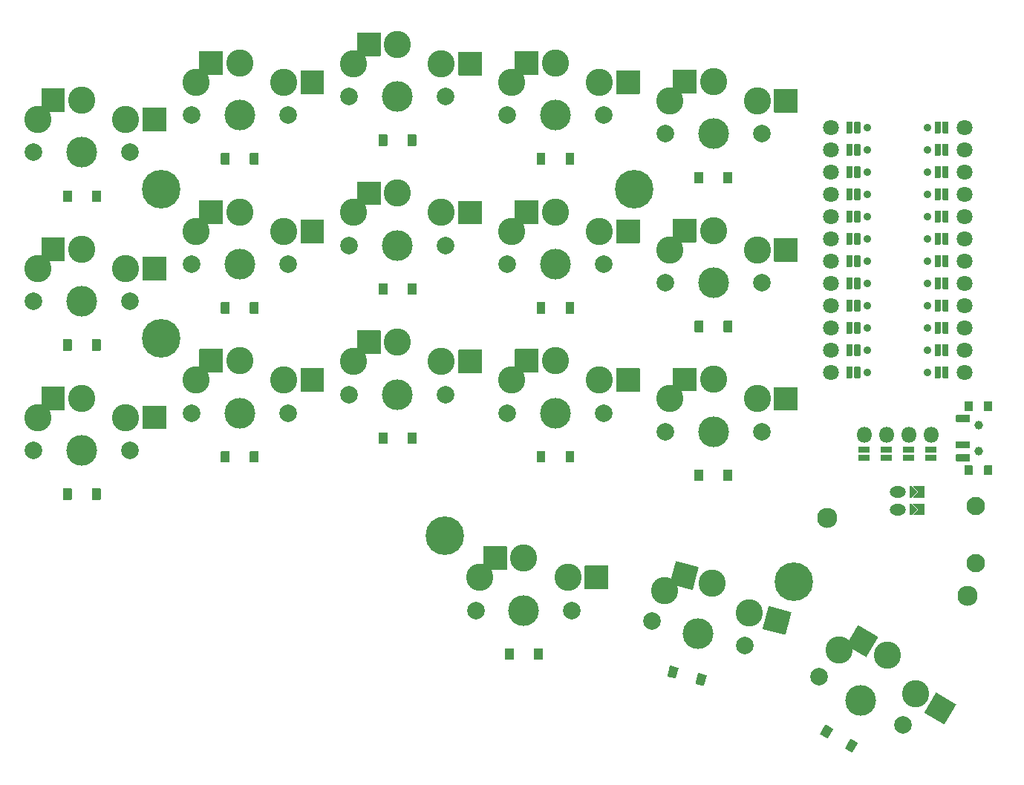
<source format=gbs>
G04 #@! TF.GenerationSoftware,KiCad,Pcbnew,8.0.6+1*
G04 #@! TF.CreationDate,2024-11-30T16:17:38+00:00*
G04 #@! TF.ProjectId,corney_island_wireless,636f726e-6579-45f6-9973-6c616e645f77,0.2*
G04 #@! TF.SameCoordinates,Original*
G04 #@! TF.FileFunction,Soldermask,Bot*
G04 #@! TF.FilePolarity,Negative*
%FSLAX46Y46*%
G04 Gerber Fmt 4.6, Leading zero omitted, Abs format (unit mm)*
G04 Created by KiCad (PCBNEW 8.0.6+1) date 2024-11-30 16:17:38*
%MOMM*%
%LPD*%
G01*
G04 APERTURE LIST*
%ADD10C,2.300000*%
%ADD11C,4.400000*%
%ADD12C,3.500000*%
%ADD13C,2.000000*%
%ADD14C,3.100000*%
%ADD15C,1.800000*%
%ADD16C,0.900000*%
%ADD17O,1.800000X1.800000*%
%ADD18C,1.000000*%
%ADD19C,2.100000*%
%ADD20O,1.850000X1.300000*%
G04 APERTURE END LIST*
D10*
X185000000Y-107700000D03*
X201000000Y-116600000D03*
D11*
X109000000Y-70250000D03*
X109000000Y-87250000D03*
X163000000Y-70250000D03*
X141400000Y-109775000D03*
X181186589Y-115013004D03*
D12*
X100000000Y-100000000D03*
D13*
X105500000Y-100000000D03*
X94500000Y-100000000D03*
D14*
X100000000Y-94050000D03*
G36*
G01*
X95375000Y-95350000D02*
X95375000Y-92750000D01*
G75*
G02*
X95425000Y-92700000I50000J0D01*
G01*
X98025000Y-92700000D01*
G75*
G02*
X98075000Y-92750000I0J-50000D01*
G01*
X98075000Y-95350000D01*
G75*
G02*
X98025000Y-95400000I-50000J0D01*
G01*
X95425000Y-95400000D01*
G75*
G02*
X95375000Y-95350000I0J50000D01*
G01*
G37*
G36*
G01*
X106925000Y-97550000D02*
X106925000Y-94950000D01*
G75*
G02*
X106975000Y-94900000I50000J0D01*
G01*
X109575000Y-94900000D01*
G75*
G02*
X109625000Y-94950000I0J-50000D01*
G01*
X109625000Y-97550000D01*
G75*
G02*
X109575000Y-97600000I-50000J0D01*
G01*
X106975000Y-97600000D01*
G75*
G02*
X106925000Y-97550000I0J50000D01*
G01*
G37*
X105000000Y-96250000D03*
D12*
X100000000Y-83000000D03*
D13*
X105500000Y-83000000D03*
X94500000Y-83000000D03*
D14*
X100000000Y-77050000D03*
G36*
G01*
X95375000Y-78350000D02*
X95375000Y-75750000D01*
G75*
G02*
X95425000Y-75700000I50000J0D01*
G01*
X98025000Y-75700000D01*
G75*
G02*
X98075000Y-75750000I0J-50000D01*
G01*
X98075000Y-78350000D01*
G75*
G02*
X98025000Y-78400000I-50000J0D01*
G01*
X95425000Y-78400000D01*
G75*
G02*
X95375000Y-78350000I0J50000D01*
G01*
G37*
G36*
G01*
X106925000Y-80550000D02*
X106925000Y-77950000D01*
G75*
G02*
X106975000Y-77900000I50000J0D01*
G01*
X109575000Y-77900000D01*
G75*
G02*
X109625000Y-77950000I0J-50000D01*
G01*
X109625000Y-80550000D01*
G75*
G02*
X109575000Y-80600000I-50000J0D01*
G01*
X106975000Y-80600000D01*
G75*
G02*
X106925000Y-80550000I0J50000D01*
G01*
G37*
X105000000Y-79250000D03*
D12*
X100000000Y-66000000D03*
D13*
X105500000Y-66000000D03*
X94500000Y-66000000D03*
D14*
X100000000Y-60050000D03*
G36*
G01*
X95375000Y-61350000D02*
X95375000Y-58750000D01*
G75*
G02*
X95425000Y-58700000I50000J0D01*
G01*
X98025000Y-58700000D01*
G75*
G02*
X98075000Y-58750000I0J-50000D01*
G01*
X98075000Y-61350000D01*
G75*
G02*
X98025000Y-61400000I-50000J0D01*
G01*
X95425000Y-61400000D01*
G75*
G02*
X95375000Y-61350000I0J50000D01*
G01*
G37*
G36*
G01*
X106925000Y-63550000D02*
X106925000Y-60950000D01*
G75*
G02*
X106975000Y-60900000I50000J0D01*
G01*
X109575000Y-60900000D01*
G75*
G02*
X109625000Y-60950000I0J-50000D01*
G01*
X109625000Y-63550000D01*
G75*
G02*
X109575000Y-63600000I-50000J0D01*
G01*
X106975000Y-63600000D01*
G75*
G02*
X106925000Y-63550000I0J50000D01*
G01*
G37*
X105000000Y-62250000D03*
D12*
X118000000Y-95750000D03*
D13*
X123500000Y-95750000D03*
X112500000Y-95750000D03*
D14*
X118000000Y-89800000D03*
G36*
G01*
X113375000Y-91100000D02*
X113375000Y-88500000D01*
G75*
G02*
X113425000Y-88450000I50000J0D01*
G01*
X116025000Y-88450000D01*
G75*
G02*
X116075000Y-88500000I0J-50000D01*
G01*
X116075000Y-91100000D01*
G75*
G02*
X116025000Y-91150000I-50000J0D01*
G01*
X113425000Y-91150000D01*
G75*
G02*
X113375000Y-91100000I0J50000D01*
G01*
G37*
G36*
G01*
X124925000Y-93300000D02*
X124925000Y-90700000D01*
G75*
G02*
X124975000Y-90650000I50000J0D01*
G01*
X127575000Y-90650000D01*
G75*
G02*
X127625000Y-90700000I0J-50000D01*
G01*
X127625000Y-93300000D01*
G75*
G02*
X127575000Y-93350000I-50000J0D01*
G01*
X124975000Y-93350000D01*
G75*
G02*
X124925000Y-93300000I0J50000D01*
G01*
G37*
X123000000Y-92000000D03*
D12*
X118000000Y-78750000D03*
D13*
X123500000Y-78750000D03*
X112500000Y-78750000D03*
D14*
X118000000Y-72800000D03*
G36*
G01*
X113375000Y-74100000D02*
X113375000Y-71500000D01*
G75*
G02*
X113425000Y-71450000I50000J0D01*
G01*
X116025000Y-71450000D01*
G75*
G02*
X116075000Y-71500000I0J-50000D01*
G01*
X116075000Y-74100000D01*
G75*
G02*
X116025000Y-74150000I-50000J0D01*
G01*
X113425000Y-74150000D01*
G75*
G02*
X113375000Y-74100000I0J50000D01*
G01*
G37*
G36*
G01*
X124925000Y-76300000D02*
X124925000Y-73700000D01*
G75*
G02*
X124975000Y-73650000I50000J0D01*
G01*
X127575000Y-73650000D01*
G75*
G02*
X127625000Y-73700000I0J-50000D01*
G01*
X127625000Y-76300000D01*
G75*
G02*
X127575000Y-76350000I-50000J0D01*
G01*
X124975000Y-76350000D01*
G75*
G02*
X124925000Y-76300000I0J50000D01*
G01*
G37*
X123000000Y-75000000D03*
D12*
X118000000Y-61750000D03*
D13*
X123500000Y-61750000D03*
X112500000Y-61750000D03*
D14*
X118000000Y-55800000D03*
G36*
G01*
X113375000Y-57100000D02*
X113375000Y-54500000D01*
G75*
G02*
X113425000Y-54450000I50000J0D01*
G01*
X116025000Y-54450000D01*
G75*
G02*
X116075000Y-54500000I0J-50000D01*
G01*
X116075000Y-57100000D01*
G75*
G02*
X116025000Y-57150000I-50000J0D01*
G01*
X113425000Y-57150000D01*
G75*
G02*
X113375000Y-57100000I0J50000D01*
G01*
G37*
G36*
G01*
X124925000Y-59300000D02*
X124925000Y-56700000D01*
G75*
G02*
X124975000Y-56650000I50000J0D01*
G01*
X127575000Y-56650000D01*
G75*
G02*
X127625000Y-56700000I0J-50000D01*
G01*
X127625000Y-59300000D01*
G75*
G02*
X127575000Y-59350000I-50000J0D01*
G01*
X124975000Y-59350000D01*
G75*
G02*
X124925000Y-59300000I0J50000D01*
G01*
G37*
X123000000Y-58000000D03*
D12*
X136000000Y-93625000D03*
D13*
X141500000Y-93625000D03*
X130500000Y-93625000D03*
D14*
X136000000Y-87675000D03*
G36*
G01*
X131375000Y-88975000D02*
X131375000Y-86375000D01*
G75*
G02*
X131425000Y-86325000I50000J0D01*
G01*
X134025000Y-86325000D01*
G75*
G02*
X134075000Y-86375000I0J-50000D01*
G01*
X134075000Y-88975000D01*
G75*
G02*
X134025000Y-89025000I-50000J0D01*
G01*
X131425000Y-89025000D01*
G75*
G02*
X131375000Y-88975000I0J50000D01*
G01*
G37*
G36*
G01*
X142925000Y-91175000D02*
X142925000Y-88575000D01*
G75*
G02*
X142975000Y-88525000I50000J0D01*
G01*
X145575000Y-88525000D01*
G75*
G02*
X145625000Y-88575000I0J-50000D01*
G01*
X145625000Y-91175000D01*
G75*
G02*
X145575000Y-91225000I-50000J0D01*
G01*
X142975000Y-91225000D01*
G75*
G02*
X142925000Y-91175000I0J50000D01*
G01*
G37*
X141000000Y-89875000D03*
D12*
X136000000Y-76625000D03*
D13*
X141500000Y-76625000D03*
X130500000Y-76625000D03*
D14*
X136000000Y-70675000D03*
G36*
G01*
X131375000Y-71975000D02*
X131375000Y-69375000D01*
G75*
G02*
X131425000Y-69325000I50000J0D01*
G01*
X134025000Y-69325000D01*
G75*
G02*
X134075000Y-69375000I0J-50000D01*
G01*
X134075000Y-71975000D01*
G75*
G02*
X134025000Y-72025000I-50000J0D01*
G01*
X131425000Y-72025000D01*
G75*
G02*
X131375000Y-71975000I0J50000D01*
G01*
G37*
G36*
G01*
X142925000Y-74175000D02*
X142925000Y-71575000D01*
G75*
G02*
X142975000Y-71525000I50000J0D01*
G01*
X145575000Y-71525000D01*
G75*
G02*
X145625000Y-71575000I0J-50000D01*
G01*
X145625000Y-74175000D01*
G75*
G02*
X145575000Y-74225000I-50000J0D01*
G01*
X142975000Y-74225000D01*
G75*
G02*
X142925000Y-74175000I0J50000D01*
G01*
G37*
X141000000Y-72875000D03*
D12*
X136000000Y-59625000D03*
D13*
X141500000Y-59625000D03*
X130500000Y-59625000D03*
D14*
X136000000Y-53675000D03*
G36*
G01*
X131375000Y-54975000D02*
X131375000Y-52375000D01*
G75*
G02*
X131425000Y-52325000I50000J0D01*
G01*
X134025000Y-52325000D01*
G75*
G02*
X134075000Y-52375000I0J-50000D01*
G01*
X134075000Y-54975000D01*
G75*
G02*
X134025000Y-55025000I-50000J0D01*
G01*
X131425000Y-55025000D01*
G75*
G02*
X131375000Y-54975000I0J50000D01*
G01*
G37*
G36*
G01*
X142925000Y-57175000D02*
X142925000Y-54575000D01*
G75*
G02*
X142975000Y-54525000I50000J0D01*
G01*
X145575000Y-54525000D01*
G75*
G02*
X145625000Y-54575000I0J-50000D01*
G01*
X145625000Y-57175000D01*
G75*
G02*
X145575000Y-57225000I-50000J0D01*
G01*
X142975000Y-57225000D01*
G75*
G02*
X142925000Y-57175000I0J50000D01*
G01*
G37*
X141000000Y-55875000D03*
D12*
X154000000Y-95750000D03*
D13*
X159500000Y-95750000D03*
X148500000Y-95750000D03*
D14*
X154000000Y-89800000D03*
G36*
G01*
X149375000Y-91100000D02*
X149375000Y-88500000D01*
G75*
G02*
X149425000Y-88450000I50000J0D01*
G01*
X152025000Y-88450000D01*
G75*
G02*
X152075000Y-88500000I0J-50000D01*
G01*
X152075000Y-91100000D01*
G75*
G02*
X152025000Y-91150000I-50000J0D01*
G01*
X149425000Y-91150000D01*
G75*
G02*
X149375000Y-91100000I0J50000D01*
G01*
G37*
G36*
G01*
X160925000Y-93300000D02*
X160925000Y-90700000D01*
G75*
G02*
X160975000Y-90650000I50000J0D01*
G01*
X163575000Y-90650000D01*
G75*
G02*
X163625000Y-90700000I0J-50000D01*
G01*
X163625000Y-93300000D01*
G75*
G02*
X163575000Y-93350000I-50000J0D01*
G01*
X160975000Y-93350000D01*
G75*
G02*
X160925000Y-93300000I0J50000D01*
G01*
G37*
X159000000Y-92000000D03*
D12*
X154000000Y-78750000D03*
D13*
X159500000Y-78750000D03*
X148500000Y-78750000D03*
D14*
X154000000Y-72800000D03*
G36*
G01*
X149375000Y-74100000D02*
X149375000Y-71500000D01*
G75*
G02*
X149425000Y-71450000I50000J0D01*
G01*
X152025000Y-71450000D01*
G75*
G02*
X152075000Y-71500000I0J-50000D01*
G01*
X152075000Y-74100000D01*
G75*
G02*
X152025000Y-74150000I-50000J0D01*
G01*
X149425000Y-74150000D01*
G75*
G02*
X149375000Y-74100000I0J50000D01*
G01*
G37*
G36*
G01*
X160925000Y-76300000D02*
X160925000Y-73700000D01*
G75*
G02*
X160975000Y-73650000I50000J0D01*
G01*
X163575000Y-73650000D01*
G75*
G02*
X163625000Y-73700000I0J-50000D01*
G01*
X163625000Y-76300000D01*
G75*
G02*
X163575000Y-76350000I-50000J0D01*
G01*
X160975000Y-76350000D01*
G75*
G02*
X160925000Y-76300000I0J50000D01*
G01*
G37*
X159000000Y-75000000D03*
D12*
X154000000Y-61750000D03*
D13*
X159500000Y-61750000D03*
X148500000Y-61750000D03*
D14*
X154000000Y-55800000D03*
G36*
G01*
X149375000Y-57100000D02*
X149375000Y-54500000D01*
G75*
G02*
X149425000Y-54450000I50000J0D01*
G01*
X152025000Y-54450000D01*
G75*
G02*
X152075000Y-54500000I0J-50000D01*
G01*
X152075000Y-57100000D01*
G75*
G02*
X152025000Y-57150000I-50000J0D01*
G01*
X149425000Y-57150000D01*
G75*
G02*
X149375000Y-57100000I0J50000D01*
G01*
G37*
G36*
G01*
X160925000Y-59300000D02*
X160925000Y-56700000D01*
G75*
G02*
X160975000Y-56650000I50000J0D01*
G01*
X163575000Y-56650000D01*
G75*
G02*
X163625000Y-56700000I0J-50000D01*
G01*
X163625000Y-59300000D01*
G75*
G02*
X163575000Y-59350000I-50000J0D01*
G01*
X160975000Y-59350000D01*
G75*
G02*
X160925000Y-59300000I0J50000D01*
G01*
G37*
X159000000Y-58000000D03*
D12*
X172000000Y-97875000D03*
D13*
X177500000Y-97875000D03*
X166500000Y-97875000D03*
D14*
X172000000Y-91925000D03*
G36*
G01*
X167375000Y-93225000D02*
X167375000Y-90625000D01*
G75*
G02*
X167425000Y-90575000I50000J0D01*
G01*
X170025000Y-90575000D01*
G75*
G02*
X170075000Y-90625000I0J-50000D01*
G01*
X170075000Y-93225000D01*
G75*
G02*
X170025000Y-93275000I-50000J0D01*
G01*
X167425000Y-93275000D01*
G75*
G02*
X167375000Y-93225000I0J50000D01*
G01*
G37*
G36*
G01*
X178925000Y-95425000D02*
X178925000Y-92825000D01*
G75*
G02*
X178975000Y-92775000I50000J0D01*
G01*
X181575000Y-92775000D01*
G75*
G02*
X181625000Y-92825000I0J-50000D01*
G01*
X181625000Y-95425000D01*
G75*
G02*
X181575000Y-95475000I-50000J0D01*
G01*
X178975000Y-95475000D01*
G75*
G02*
X178925000Y-95425000I0J50000D01*
G01*
G37*
X177000000Y-94125000D03*
D12*
X172000000Y-80875000D03*
D13*
X177500000Y-80875000D03*
X166500000Y-80875000D03*
D14*
X172000000Y-74925000D03*
G36*
G01*
X167375000Y-76225000D02*
X167375000Y-73625000D01*
G75*
G02*
X167425000Y-73575000I50000J0D01*
G01*
X170025000Y-73575000D01*
G75*
G02*
X170075000Y-73625000I0J-50000D01*
G01*
X170075000Y-76225000D01*
G75*
G02*
X170025000Y-76275000I-50000J0D01*
G01*
X167425000Y-76275000D01*
G75*
G02*
X167375000Y-76225000I0J50000D01*
G01*
G37*
G36*
G01*
X178925000Y-78425000D02*
X178925000Y-75825000D01*
G75*
G02*
X178975000Y-75775000I50000J0D01*
G01*
X181575000Y-75775000D01*
G75*
G02*
X181625000Y-75825000I0J-50000D01*
G01*
X181625000Y-78425000D01*
G75*
G02*
X181575000Y-78475000I-50000J0D01*
G01*
X178975000Y-78475000D01*
G75*
G02*
X178925000Y-78425000I0J50000D01*
G01*
G37*
X177000000Y-77125000D03*
D12*
X172000000Y-63875000D03*
D13*
X177500000Y-63875000D03*
X166500000Y-63875000D03*
D14*
X172000000Y-57925000D03*
G36*
G01*
X167375000Y-59225000D02*
X167375000Y-56625000D01*
G75*
G02*
X167425000Y-56575000I50000J0D01*
G01*
X170025000Y-56575000D01*
G75*
G02*
X170075000Y-56625000I0J-50000D01*
G01*
X170075000Y-59225000D01*
G75*
G02*
X170025000Y-59275000I-50000J0D01*
G01*
X167425000Y-59275000D01*
G75*
G02*
X167375000Y-59225000I0J50000D01*
G01*
G37*
G36*
G01*
X178925000Y-61425000D02*
X178925000Y-58825000D01*
G75*
G02*
X178975000Y-58775000I50000J0D01*
G01*
X181575000Y-58775000D01*
G75*
G02*
X181625000Y-58825000I0J-50000D01*
G01*
X181625000Y-61425000D01*
G75*
G02*
X181575000Y-61475000I-50000J0D01*
G01*
X178975000Y-61475000D01*
G75*
G02*
X178925000Y-61425000I0J50000D01*
G01*
G37*
X177000000Y-60125000D03*
D12*
X150400000Y-118275000D03*
D13*
X155900000Y-118275000D03*
X144900000Y-118275000D03*
D14*
X150400000Y-112325000D03*
G36*
G01*
X145775000Y-113625000D02*
X145775000Y-111025000D01*
G75*
G02*
X145825000Y-110975000I50000J0D01*
G01*
X148425000Y-110975000D01*
G75*
G02*
X148475000Y-111025000I0J-50000D01*
G01*
X148475000Y-113625000D01*
G75*
G02*
X148425000Y-113675000I-50000J0D01*
G01*
X145825000Y-113675000D01*
G75*
G02*
X145775000Y-113625000I0J50000D01*
G01*
G37*
G36*
G01*
X157325000Y-115825000D02*
X157325000Y-113225000D01*
G75*
G02*
X157375000Y-113175000I50000J0D01*
G01*
X159975000Y-113175000D01*
G75*
G02*
X160025000Y-113225000I0J-50000D01*
G01*
X160025000Y-115825000D01*
G75*
G02*
X159975000Y-115875000I-50000J0D01*
G01*
X157375000Y-115875000D01*
G75*
G02*
X157325000Y-115825000I0J50000D01*
G01*
G37*
X155400000Y-114525000D03*
D12*
X170293294Y-120894002D03*
D13*
X175605886Y-122317507D03*
X164980702Y-119470497D03*
D14*
X171833267Y-115146743D03*
G36*
G01*
X167029396Y-115205409D02*
X167702325Y-112694002D01*
G75*
G02*
X167763562Y-112658647I48296J-12941D01*
G01*
X170274969Y-113331576D01*
G75*
G02*
X170310324Y-113392813I-12941J-48296D01*
G01*
X169637395Y-115904220D01*
G75*
G02*
X169576158Y-115939575I-48296J12941D01*
G01*
X167064751Y-115266646D01*
G75*
G02*
X167029396Y-115205409I12941J48296D01*
G01*
G37*
G36*
G01*
X177616438Y-120319806D02*
X178289367Y-117808399D01*
G75*
G02*
X178350604Y-117773044I48296J-12941D01*
G01*
X180862011Y-118445973D01*
G75*
G02*
X180897366Y-118507210I-12941J-48296D01*
G01*
X180224437Y-121018617D01*
G75*
G02*
X180163200Y-121053972I-48296J12941D01*
G01*
X177651793Y-120381043D01*
G75*
G02*
X177616438Y-120319806I12941J48296D01*
G01*
G37*
X176093495Y-118565875D03*
D12*
X188830894Y-128572527D03*
D13*
X193594034Y-131322527D03*
X184067754Y-125822527D03*
D14*
X191805894Y-123419676D03*
G36*
G01*
X187150527Y-122233009D02*
X188450527Y-119981343D01*
G75*
G02*
X188518828Y-119963042I43301J-25000D01*
G01*
X190770494Y-121263042D01*
G75*
G02*
X190788795Y-121331343I-25000J-43301D01*
G01*
X189488795Y-123583009D01*
G75*
G02*
X189420494Y-123601310I-43301J25000D01*
G01*
X187168828Y-122301310D01*
G75*
G02*
X187150527Y-122233009I25000J43301D01*
G01*
G37*
G36*
G01*
X196053120Y-129913265D02*
X197353120Y-127661599D01*
G75*
G02*
X197421421Y-127643298I43301J-25000D01*
G01*
X199673087Y-128943298D01*
G75*
G02*
X199691388Y-129011599I-25000J-43301D01*
G01*
X198391388Y-131263265D01*
G75*
G02*
X198323087Y-131281566I-43301J25000D01*
G01*
X196071421Y-129981566D01*
G75*
G02*
X196053120Y-129913265I25000J43301D01*
G01*
G37*
X195036021Y-127824932D03*
G36*
G01*
X98850000Y-104400000D02*
X98850000Y-105600000D01*
G75*
G02*
X98800000Y-105650000I-50000J0D01*
G01*
X97900000Y-105650000D01*
G75*
G02*
X97850000Y-105600000I0J50000D01*
G01*
X97850000Y-104400000D01*
G75*
G02*
X97900000Y-104350000I50000J0D01*
G01*
X98800000Y-104350000D01*
G75*
G02*
X98850000Y-104400000I0J-50000D01*
G01*
G37*
G36*
G01*
X102150000Y-104400000D02*
X102150000Y-105600000D01*
G75*
G02*
X102100000Y-105650000I-50000J0D01*
G01*
X101200000Y-105650000D01*
G75*
G02*
X101150000Y-105600000I0J50000D01*
G01*
X101150000Y-104400000D01*
G75*
G02*
X101200000Y-104350000I50000J0D01*
G01*
X102100000Y-104350000D01*
G75*
G02*
X102150000Y-104400000I0J-50000D01*
G01*
G37*
G36*
G01*
X98850000Y-87400000D02*
X98850000Y-88600000D01*
G75*
G02*
X98800000Y-88650000I-50000J0D01*
G01*
X97900000Y-88650000D01*
G75*
G02*
X97850000Y-88600000I0J50000D01*
G01*
X97850000Y-87400000D01*
G75*
G02*
X97900000Y-87350000I50000J0D01*
G01*
X98800000Y-87350000D01*
G75*
G02*
X98850000Y-87400000I0J-50000D01*
G01*
G37*
G36*
G01*
X102150000Y-87400000D02*
X102150000Y-88600000D01*
G75*
G02*
X102100000Y-88650000I-50000J0D01*
G01*
X101200000Y-88650000D01*
G75*
G02*
X101150000Y-88600000I0J50000D01*
G01*
X101150000Y-87400000D01*
G75*
G02*
X101200000Y-87350000I50000J0D01*
G01*
X102100000Y-87350000D01*
G75*
G02*
X102150000Y-87400000I0J-50000D01*
G01*
G37*
G36*
G01*
X98850000Y-70400000D02*
X98850000Y-71600000D01*
G75*
G02*
X98800000Y-71650000I-50000J0D01*
G01*
X97900000Y-71650000D01*
G75*
G02*
X97850000Y-71600000I0J50000D01*
G01*
X97850000Y-70400000D01*
G75*
G02*
X97900000Y-70350000I50000J0D01*
G01*
X98800000Y-70350000D01*
G75*
G02*
X98850000Y-70400000I0J-50000D01*
G01*
G37*
G36*
G01*
X102150000Y-70400000D02*
X102150000Y-71600000D01*
G75*
G02*
X102100000Y-71650000I-50000J0D01*
G01*
X101200000Y-71650000D01*
G75*
G02*
X101150000Y-71600000I0J50000D01*
G01*
X101150000Y-70400000D01*
G75*
G02*
X101200000Y-70350000I50000J0D01*
G01*
X102100000Y-70350000D01*
G75*
G02*
X102150000Y-70400000I0J-50000D01*
G01*
G37*
G36*
G01*
X116850000Y-100150000D02*
X116850000Y-101350000D01*
G75*
G02*
X116800000Y-101400000I-50000J0D01*
G01*
X115900000Y-101400000D01*
G75*
G02*
X115850000Y-101350000I0J50000D01*
G01*
X115850000Y-100150000D01*
G75*
G02*
X115900000Y-100100000I50000J0D01*
G01*
X116800000Y-100100000D01*
G75*
G02*
X116850000Y-100150000I0J-50000D01*
G01*
G37*
G36*
G01*
X120150000Y-100150000D02*
X120150000Y-101350000D01*
G75*
G02*
X120100000Y-101400000I-50000J0D01*
G01*
X119200000Y-101400000D01*
G75*
G02*
X119150000Y-101350000I0J50000D01*
G01*
X119150000Y-100150000D01*
G75*
G02*
X119200000Y-100100000I50000J0D01*
G01*
X120100000Y-100100000D01*
G75*
G02*
X120150000Y-100150000I0J-50000D01*
G01*
G37*
G36*
G01*
X116850000Y-83150000D02*
X116850000Y-84350000D01*
G75*
G02*
X116800000Y-84400000I-50000J0D01*
G01*
X115900000Y-84400000D01*
G75*
G02*
X115850000Y-84350000I0J50000D01*
G01*
X115850000Y-83150000D01*
G75*
G02*
X115900000Y-83100000I50000J0D01*
G01*
X116800000Y-83100000D01*
G75*
G02*
X116850000Y-83150000I0J-50000D01*
G01*
G37*
G36*
G01*
X120150000Y-83150000D02*
X120150000Y-84350000D01*
G75*
G02*
X120100000Y-84400000I-50000J0D01*
G01*
X119200000Y-84400000D01*
G75*
G02*
X119150000Y-84350000I0J50000D01*
G01*
X119150000Y-83150000D01*
G75*
G02*
X119200000Y-83100000I50000J0D01*
G01*
X120100000Y-83100000D01*
G75*
G02*
X120150000Y-83150000I0J-50000D01*
G01*
G37*
G36*
G01*
X116850000Y-66150000D02*
X116850000Y-67350000D01*
G75*
G02*
X116800000Y-67400000I-50000J0D01*
G01*
X115900000Y-67400000D01*
G75*
G02*
X115850000Y-67350000I0J50000D01*
G01*
X115850000Y-66150000D01*
G75*
G02*
X115900000Y-66100000I50000J0D01*
G01*
X116800000Y-66100000D01*
G75*
G02*
X116850000Y-66150000I0J-50000D01*
G01*
G37*
G36*
G01*
X120150000Y-66150000D02*
X120150000Y-67350000D01*
G75*
G02*
X120100000Y-67400000I-50000J0D01*
G01*
X119200000Y-67400000D01*
G75*
G02*
X119150000Y-67350000I0J50000D01*
G01*
X119150000Y-66150000D01*
G75*
G02*
X119200000Y-66100000I50000J0D01*
G01*
X120100000Y-66100000D01*
G75*
G02*
X120150000Y-66150000I0J-50000D01*
G01*
G37*
G36*
G01*
X134850000Y-98025000D02*
X134850000Y-99225000D01*
G75*
G02*
X134800000Y-99275000I-50000J0D01*
G01*
X133900000Y-99275000D01*
G75*
G02*
X133850000Y-99225000I0J50000D01*
G01*
X133850000Y-98025000D01*
G75*
G02*
X133900000Y-97975000I50000J0D01*
G01*
X134800000Y-97975000D01*
G75*
G02*
X134850000Y-98025000I0J-50000D01*
G01*
G37*
G36*
G01*
X138150000Y-98025000D02*
X138150000Y-99225000D01*
G75*
G02*
X138100000Y-99275000I-50000J0D01*
G01*
X137200000Y-99275000D01*
G75*
G02*
X137150000Y-99225000I0J50000D01*
G01*
X137150000Y-98025000D01*
G75*
G02*
X137200000Y-97975000I50000J0D01*
G01*
X138100000Y-97975000D01*
G75*
G02*
X138150000Y-98025000I0J-50000D01*
G01*
G37*
G36*
G01*
X134850000Y-81025000D02*
X134850000Y-82225000D01*
G75*
G02*
X134800000Y-82275000I-50000J0D01*
G01*
X133900000Y-82275000D01*
G75*
G02*
X133850000Y-82225000I0J50000D01*
G01*
X133850000Y-81025000D01*
G75*
G02*
X133900000Y-80975000I50000J0D01*
G01*
X134800000Y-80975000D01*
G75*
G02*
X134850000Y-81025000I0J-50000D01*
G01*
G37*
G36*
G01*
X138150000Y-81025000D02*
X138150000Y-82225000D01*
G75*
G02*
X138100000Y-82275000I-50000J0D01*
G01*
X137200000Y-82275000D01*
G75*
G02*
X137150000Y-82225000I0J50000D01*
G01*
X137150000Y-81025000D01*
G75*
G02*
X137200000Y-80975000I50000J0D01*
G01*
X138100000Y-80975000D01*
G75*
G02*
X138150000Y-81025000I0J-50000D01*
G01*
G37*
G36*
G01*
X134850000Y-64025000D02*
X134850000Y-65225000D01*
G75*
G02*
X134800000Y-65275000I-50000J0D01*
G01*
X133900000Y-65275000D01*
G75*
G02*
X133850000Y-65225000I0J50000D01*
G01*
X133850000Y-64025000D01*
G75*
G02*
X133900000Y-63975000I50000J0D01*
G01*
X134800000Y-63975000D01*
G75*
G02*
X134850000Y-64025000I0J-50000D01*
G01*
G37*
G36*
G01*
X138150000Y-64025000D02*
X138150000Y-65225000D01*
G75*
G02*
X138100000Y-65275000I-50000J0D01*
G01*
X137200000Y-65275000D01*
G75*
G02*
X137150000Y-65225000I0J50000D01*
G01*
X137150000Y-64025000D01*
G75*
G02*
X137200000Y-63975000I50000J0D01*
G01*
X138100000Y-63975000D01*
G75*
G02*
X138150000Y-64025000I0J-50000D01*
G01*
G37*
G36*
G01*
X152850000Y-100150000D02*
X152850000Y-101350000D01*
G75*
G02*
X152800000Y-101400000I-50000J0D01*
G01*
X151900000Y-101400000D01*
G75*
G02*
X151850000Y-101350000I0J50000D01*
G01*
X151850000Y-100150000D01*
G75*
G02*
X151900000Y-100100000I50000J0D01*
G01*
X152800000Y-100100000D01*
G75*
G02*
X152850000Y-100150000I0J-50000D01*
G01*
G37*
G36*
G01*
X156150000Y-100150000D02*
X156150000Y-101350000D01*
G75*
G02*
X156100000Y-101400000I-50000J0D01*
G01*
X155200000Y-101400000D01*
G75*
G02*
X155150000Y-101350000I0J50000D01*
G01*
X155150000Y-100150000D01*
G75*
G02*
X155200000Y-100100000I50000J0D01*
G01*
X156100000Y-100100000D01*
G75*
G02*
X156150000Y-100150000I0J-50000D01*
G01*
G37*
G36*
G01*
X152850000Y-83150000D02*
X152850000Y-84350000D01*
G75*
G02*
X152800000Y-84400000I-50000J0D01*
G01*
X151900000Y-84400000D01*
G75*
G02*
X151850000Y-84350000I0J50000D01*
G01*
X151850000Y-83150000D01*
G75*
G02*
X151900000Y-83100000I50000J0D01*
G01*
X152800000Y-83100000D01*
G75*
G02*
X152850000Y-83150000I0J-50000D01*
G01*
G37*
G36*
G01*
X156150000Y-83150000D02*
X156150000Y-84350000D01*
G75*
G02*
X156100000Y-84400000I-50000J0D01*
G01*
X155200000Y-84400000D01*
G75*
G02*
X155150000Y-84350000I0J50000D01*
G01*
X155150000Y-83150000D01*
G75*
G02*
X155200000Y-83100000I50000J0D01*
G01*
X156100000Y-83100000D01*
G75*
G02*
X156150000Y-83150000I0J-50000D01*
G01*
G37*
G36*
G01*
X152850000Y-66150000D02*
X152850000Y-67350000D01*
G75*
G02*
X152800000Y-67400000I-50000J0D01*
G01*
X151900000Y-67400000D01*
G75*
G02*
X151850000Y-67350000I0J50000D01*
G01*
X151850000Y-66150000D01*
G75*
G02*
X151900000Y-66100000I50000J0D01*
G01*
X152800000Y-66100000D01*
G75*
G02*
X152850000Y-66150000I0J-50000D01*
G01*
G37*
G36*
G01*
X156150000Y-66150000D02*
X156150000Y-67350000D01*
G75*
G02*
X156100000Y-67400000I-50000J0D01*
G01*
X155200000Y-67400000D01*
G75*
G02*
X155150000Y-67350000I0J50000D01*
G01*
X155150000Y-66150000D01*
G75*
G02*
X155200000Y-66100000I50000J0D01*
G01*
X156100000Y-66100000D01*
G75*
G02*
X156150000Y-66150000I0J-50000D01*
G01*
G37*
G36*
G01*
X170850000Y-102275000D02*
X170850000Y-103475000D01*
G75*
G02*
X170800000Y-103525000I-50000J0D01*
G01*
X169900000Y-103525000D01*
G75*
G02*
X169850000Y-103475000I0J50000D01*
G01*
X169850000Y-102275000D01*
G75*
G02*
X169900000Y-102225000I50000J0D01*
G01*
X170800000Y-102225000D01*
G75*
G02*
X170850000Y-102275000I0J-50000D01*
G01*
G37*
G36*
G01*
X174150000Y-102275000D02*
X174150000Y-103475000D01*
G75*
G02*
X174100000Y-103525000I-50000J0D01*
G01*
X173200000Y-103525000D01*
G75*
G02*
X173150000Y-103475000I0J50000D01*
G01*
X173150000Y-102275000D01*
G75*
G02*
X173200000Y-102225000I50000J0D01*
G01*
X174100000Y-102225000D01*
G75*
G02*
X174150000Y-102275000I0J-50000D01*
G01*
G37*
G36*
G01*
X170850000Y-85275000D02*
X170850000Y-86475000D01*
G75*
G02*
X170800000Y-86525000I-50000J0D01*
G01*
X169900000Y-86525000D01*
G75*
G02*
X169850000Y-86475000I0J50000D01*
G01*
X169850000Y-85275000D01*
G75*
G02*
X169900000Y-85225000I50000J0D01*
G01*
X170800000Y-85225000D01*
G75*
G02*
X170850000Y-85275000I0J-50000D01*
G01*
G37*
G36*
G01*
X174150000Y-85275000D02*
X174150000Y-86475000D01*
G75*
G02*
X174100000Y-86525000I-50000J0D01*
G01*
X173200000Y-86525000D01*
G75*
G02*
X173150000Y-86475000I0J50000D01*
G01*
X173150000Y-85275000D01*
G75*
G02*
X173200000Y-85225000I50000J0D01*
G01*
X174100000Y-85225000D01*
G75*
G02*
X174150000Y-85275000I0J-50000D01*
G01*
G37*
G36*
G01*
X170850000Y-68275000D02*
X170850000Y-69475000D01*
G75*
G02*
X170800000Y-69525000I-50000J0D01*
G01*
X169900000Y-69525000D01*
G75*
G02*
X169850000Y-69475000I0J50000D01*
G01*
X169850000Y-68275000D01*
G75*
G02*
X169900000Y-68225000I50000J0D01*
G01*
X170800000Y-68225000D01*
G75*
G02*
X170850000Y-68275000I0J-50000D01*
G01*
G37*
G36*
G01*
X174150000Y-68275000D02*
X174150000Y-69475000D01*
G75*
G02*
X174100000Y-69525000I-50000J0D01*
G01*
X173200000Y-69525000D01*
G75*
G02*
X173150000Y-69475000I0J50000D01*
G01*
X173150000Y-68275000D01*
G75*
G02*
X173200000Y-68225000I50000J0D01*
G01*
X174100000Y-68225000D01*
G75*
G02*
X174150000Y-68275000I0J-50000D01*
G01*
G37*
G36*
G01*
X149250000Y-122675000D02*
X149250000Y-123875000D01*
G75*
G02*
X149200000Y-123925000I-50000J0D01*
G01*
X148300000Y-123925000D01*
G75*
G02*
X148250000Y-123875000I0J50000D01*
G01*
X148250000Y-122675000D01*
G75*
G02*
X148300000Y-122625000I50000J0D01*
G01*
X149200000Y-122625000D01*
G75*
G02*
X149250000Y-122675000I0J-50000D01*
G01*
G37*
G36*
G01*
X152550000Y-122675000D02*
X152550000Y-123875000D01*
G75*
G02*
X152500000Y-123925000I-50000J0D01*
G01*
X151600000Y-123925000D01*
G75*
G02*
X151550000Y-123875000I0J50000D01*
G01*
X151550000Y-122675000D01*
G75*
G02*
X151600000Y-122625000I50000J0D01*
G01*
X152500000Y-122625000D01*
G75*
G02*
X152550000Y-122675000I0J-50000D01*
G01*
G37*
G36*
G01*
X168043675Y-124846434D02*
X167733092Y-126005545D01*
G75*
G02*
X167671855Y-126040900I-48296J12941D01*
G01*
X166802522Y-125807963D01*
G75*
G02*
X166767167Y-125746726I12941J48296D01*
G01*
X167077750Y-124587615D01*
G75*
G02*
X167138987Y-124552260I48296J-12941D01*
G01*
X168008320Y-124785197D01*
G75*
G02*
X168043675Y-124846434I-12941J-48296D01*
G01*
G37*
G36*
G01*
X171231231Y-125700536D02*
X170920648Y-126859647D01*
G75*
G02*
X170859411Y-126895002I-48296J12941D01*
G01*
X169990078Y-126662065D01*
G75*
G02*
X169954723Y-126600828I12941J48296D01*
G01*
X170265306Y-125441717D01*
G75*
G02*
X170326543Y-125406362I48296J-12941D01*
G01*
X171195876Y-125639299D01*
G75*
G02*
X171231231Y-125700536I-12941J-48296D01*
G01*
G37*
G36*
G01*
X185634964Y-131808039D02*
X185034964Y-132847269D01*
G75*
G02*
X184966663Y-132865570I-43301J25000D01*
G01*
X184187241Y-132415570D01*
G75*
G02*
X184168940Y-132347269I25000J43301D01*
G01*
X184768940Y-131308039D01*
G75*
G02*
X184837241Y-131289738I43301J-25000D01*
G01*
X185616663Y-131739738D01*
G75*
G02*
X185634964Y-131808039I-25000J-43301D01*
G01*
G37*
G36*
G01*
X188492848Y-133458039D02*
X187892848Y-134497269D01*
G75*
G02*
X187824547Y-134515570I-43301J25000D01*
G01*
X187045125Y-134065570D01*
G75*
G02*
X187026824Y-133997269I25000J43301D01*
G01*
X187626824Y-132958039D01*
G75*
G02*
X187695125Y-132939738I43301J-25000D01*
G01*
X188474547Y-133389738D01*
G75*
G02*
X188492848Y-133458039I-25000J-43301D01*
G01*
G37*
D12*
X100000000Y-100000000D03*
D13*
X105500000Y-100000000D03*
X94500000Y-100000000D03*
D14*
X100000000Y-94050000D03*
X95000000Y-96250000D03*
D12*
X100000000Y-83000000D03*
D13*
X105500000Y-83000000D03*
X94500000Y-83000000D03*
D14*
X100000000Y-77050000D03*
X95000000Y-79250000D03*
D12*
X100000000Y-66000000D03*
D13*
X105500000Y-66000000D03*
X94500000Y-66000000D03*
D14*
X100000000Y-60050000D03*
X95000000Y-62250000D03*
D12*
X118000000Y-95750000D03*
D13*
X123500000Y-95750000D03*
X112500000Y-95750000D03*
D14*
X118000000Y-89800000D03*
X113000000Y-92000000D03*
D12*
X118000000Y-78750000D03*
D13*
X123500000Y-78750000D03*
X112500000Y-78750000D03*
D14*
X118000000Y-72800000D03*
X113000000Y-75000000D03*
D12*
X118000000Y-61750000D03*
D13*
X123500000Y-61750000D03*
X112500000Y-61750000D03*
D14*
X118000000Y-55800000D03*
X113000000Y-58000000D03*
D12*
X136000000Y-93625000D03*
D13*
X141500000Y-93625000D03*
X130500000Y-93625000D03*
D14*
X136000000Y-87675000D03*
X131000000Y-89875000D03*
D12*
X136000000Y-76625000D03*
D13*
X141500000Y-76625000D03*
X130500000Y-76625000D03*
D14*
X136000000Y-70675000D03*
X131000000Y-72875000D03*
D12*
X136000000Y-59625000D03*
D13*
X141500000Y-59625000D03*
X130500000Y-59625000D03*
D14*
X136000000Y-53675000D03*
X131000000Y-55875000D03*
D12*
X154000000Y-95750000D03*
D13*
X159500000Y-95750000D03*
X148500000Y-95750000D03*
D14*
X154000000Y-89800000D03*
X149000000Y-92000000D03*
D12*
X154000000Y-78750000D03*
D13*
X159500000Y-78750000D03*
X148500000Y-78750000D03*
D14*
X154000000Y-72800000D03*
X149000000Y-75000000D03*
D12*
X154000000Y-61750000D03*
D13*
X159500000Y-61750000D03*
X148500000Y-61750000D03*
D14*
X154000000Y-55800000D03*
X149000000Y-58000000D03*
D12*
X172000000Y-97875000D03*
D13*
X177500000Y-97875000D03*
X166500000Y-97875000D03*
D14*
X172000000Y-91925000D03*
X167000000Y-94125000D03*
D12*
X172000000Y-80875000D03*
D13*
X177500000Y-80875000D03*
X166500000Y-80875000D03*
D14*
X172000000Y-74925000D03*
X167000000Y-77125000D03*
D12*
X172000000Y-63875000D03*
D13*
X177500000Y-63875000D03*
X166500000Y-63875000D03*
D14*
X172000000Y-57925000D03*
X167000000Y-60125000D03*
D12*
X150400000Y-118275000D03*
D13*
X155900000Y-118275000D03*
X144900000Y-118275000D03*
D14*
X150400000Y-112325000D03*
X145400000Y-114525000D03*
D12*
X170293294Y-120894002D03*
D13*
X175605886Y-122317507D03*
X164980702Y-119470497D03*
D14*
X171833267Y-115146743D03*
X166434236Y-115977685D03*
D12*
X188830894Y-128572527D03*
D13*
X193594034Y-131322527D03*
X184067754Y-125822527D03*
D14*
X191805894Y-123419676D03*
X186375767Y-122824932D03*
D15*
X185380000Y-63170000D03*
X200620000Y-63170000D03*
D16*
X196400000Y-63170000D03*
X189600000Y-63170000D03*
G36*
G01*
X187170000Y-63770000D02*
X187170000Y-62570000D01*
G75*
G02*
X187220000Y-62520000I50000J0D01*
G01*
X187820000Y-62520000D01*
G75*
G02*
X187870000Y-62570000I0J-50000D01*
G01*
X187870000Y-63770000D01*
G75*
G02*
X187820000Y-63820000I-50000J0D01*
G01*
X187220000Y-63820000D01*
G75*
G02*
X187170000Y-63770000I0J50000D01*
G01*
G37*
G36*
G01*
X188070000Y-63770000D02*
X188070000Y-62570000D01*
G75*
G02*
X188120000Y-62520000I50000J0D01*
G01*
X188720000Y-62520000D01*
G75*
G02*
X188770000Y-62570000I0J-50000D01*
G01*
X188770000Y-63770000D01*
G75*
G02*
X188720000Y-63820000I-50000J0D01*
G01*
X188120000Y-63820000D01*
G75*
G02*
X188070000Y-63770000I0J50000D01*
G01*
G37*
G36*
G01*
X197230000Y-63770000D02*
X197230000Y-62570000D01*
G75*
G02*
X197280000Y-62520000I50000J0D01*
G01*
X197880000Y-62520000D01*
G75*
G02*
X197930000Y-62570000I0J-50000D01*
G01*
X197930000Y-63770000D01*
G75*
G02*
X197880000Y-63820000I-50000J0D01*
G01*
X197280000Y-63820000D01*
G75*
G02*
X197230000Y-63770000I0J50000D01*
G01*
G37*
G36*
G01*
X198130000Y-63770000D02*
X198130000Y-62570000D01*
G75*
G02*
X198180000Y-62520000I50000J0D01*
G01*
X198780000Y-62520000D01*
G75*
G02*
X198830000Y-62570000I0J-50000D01*
G01*
X198830000Y-63770000D01*
G75*
G02*
X198780000Y-63820000I-50000J0D01*
G01*
X198180000Y-63820000D01*
G75*
G02*
X198130000Y-63770000I0J50000D01*
G01*
G37*
D15*
X185380000Y-65710000D03*
X200620000Y-65710000D03*
D16*
X196400000Y-65710000D03*
X189600000Y-65710000D03*
G36*
G01*
X187170000Y-66310000D02*
X187170000Y-65110000D01*
G75*
G02*
X187220000Y-65060000I50000J0D01*
G01*
X187820000Y-65060000D01*
G75*
G02*
X187870000Y-65110000I0J-50000D01*
G01*
X187870000Y-66310000D01*
G75*
G02*
X187820000Y-66360000I-50000J0D01*
G01*
X187220000Y-66360000D01*
G75*
G02*
X187170000Y-66310000I0J50000D01*
G01*
G37*
G36*
G01*
X188070000Y-66310000D02*
X188070000Y-65110000D01*
G75*
G02*
X188120000Y-65060000I50000J0D01*
G01*
X188720000Y-65060000D01*
G75*
G02*
X188770000Y-65110000I0J-50000D01*
G01*
X188770000Y-66310000D01*
G75*
G02*
X188720000Y-66360000I-50000J0D01*
G01*
X188120000Y-66360000D01*
G75*
G02*
X188070000Y-66310000I0J50000D01*
G01*
G37*
G36*
G01*
X197230000Y-66310000D02*
X197230000Y-65110000D01*
G75*
G02*
X197280000Y-65060000I50000J0D01*
G01*
X197880000Y-65060000D01*
G75*
G02*
X197930000Y-65110000I0J-50000D01*
G01*
X197930000Y-66310000D01*
G75*
G02*
X197880000Y-66360000I-50000J0D01*
G01*
X197280000Y-66360000D01*
G75*
G02*
X197230000Y-66310000I0J50000D01*
G01*
G37*
G36*
G01*
X198130000Y-66310000D02*
X198130000Y-65110000D01*
G75*
G02*
X198180000Y-65060000I50000J0D01*
G01*
X198780000Y-65060000D01*
G75*
G02*
X198830000Y-65110000I0J-50000D01*
G01*
X198830000Y-66310000D01*
G75*
G02*
X198780000Y-66360000I-50000J0D01*
G01*
X198180000Y-66360000D01*
G75*
G02*
X198130000Y-66310000I0J50000D01*
G01*
G37*
D15*
X185380000Y-68250000D03*
X200620000Y-68250000D03*
D16*
X196400000Y-68250000D03*
X189600000Y-68250000D03*
G36*
G01*
X187170000Y-68850000D02*
X187170000Y-67650000D01*
G75*
G02*
X187220000Y-67600000I50000J0D01*
G01*
X187820000Y-67600000D01*
G75*
G02*
X187870000Y-67650000I0J-50000D01*
G01*
X187870000Y-68850000D01*
G75*
G02*
X187820000Y-68900000I-50000J0D01*
G01*
X187220000Y-68900000D01*
G75*
G02*
X187170000Y-68850000I0J50000D01*
G01*
G37*
G36*
G01*
X188070000Y-68850000D02*
X188070000Y-67650000D01*
G75*
G02*
X188120000Y-67600000I50000J0D01*
G01*
X188720000Y-67600000D01*
G75*
G02*
X188770000Y-67650000I0J-50000D01*
G01*
X188770000Y-68850000D01*
G75*
G02*
X188720000Y-68900000I-50000J0D01*
G01*
X188120000Y-68900000D01*
G75*
G02*
X188070000Y-68850000I0J50000D01*
G01*
G37*
G36*
G01*
X197230000Y-68850000D02*
X197230000Y-67650000D01*
G75*
G02*
X197280000Y-67600000I50000J0D01*
G01*
X197880000Y-67600000D01*
G75*
G02*
X197930000Y-67650000I0J-50000D01*
G01*
X197930000Y-68850000D01*
G75*
G02*
X197880000Y-68900000I-50000J0D01*
G01*
X197280000Y-68900000D01*
G75*
G02*
X197230000Y-68850000I0J50000D01*
G01*
G37*
G36*
G01*
X198130000Y-68850000D02*
X198130000Y-67650000D01*
G75*
G02*
X198180000Y-67600000I50000J0D01*
G01*
X198780000Y-67600000D01*
G75*
G02*
X198830000Y-67650000I0J-50000D01*
G01*
X198830000Y-68850000D01*
G75*
G02*
X198780000Y-68900000I-50000J0D01*
G01*
X198180000Y-68900000D01*
G75*
G02*
X198130000Y-68850000I0J50000D01*
G01*
G37*
D15*
X185380000Y-70790000D03*
X200620000Y-70790000D03*
D16*
X196400000Y-70790000D03*
X189600000Y-70790000D03*
G36*
G01*
X187170000Y-71390000D02*
X187170000Y-70190000D01*
G75*
G02*
X187220000Y-70140000I50000J0D01*
G01*
X187820000Y-70140000D01*
G75*
G02*
X187870000Y-70190000I0J-50000D01*
G01*
X187870000Y-71390000D01*
G75*
G02*
X187820000Y-71440000I-50000J0D01*
G01*
X187220000Y-71440000D01*
G75*
G02*
X187170000Y-71390000I0J50000D01*
G01*
G37*
G36*
G01*
X188070000Y-71390000D02*
X188070000Y-70190000D01*
G75*
G02*
X188120000Y-70140000I50000J0D01*
G01*
X188720000Y-70140000D01*
G75*
G02*
X188770000Y-70190000I0J-50000D01*
G01*
X188770000Y-71390000D01*
G75*
G02*
X188720000Y-71440000I-50000J0D01*
G01*
X188120000Y-71440000D01*
G75*
G02*
X188070000Y-71390000I0J50000D01*
G01*
G37*
G36*
G01*
X197230000Y-71390000D02*
X197230000Y-70190000D01*
G75*
G02*
X197280000Y-70140000I50000J0D01*
G01*
X197880000Y-70140000D01*
G75*
G02*
X197930000Y-70190000I0J-50000D01*
G01*
X197930000Y-71390000D01*
G75*
G02*
X197880000Y-71440000I-50000J0D01*
G01*
X197280000Y-71440000D01*
G75*
G02*
X197230000Y-71390000I0J50000D01*
G01*
G37*
G36*
G01*
X198130000Y-71390000D02*
X198130000Y-70190000D01*
G75*
G02*
X198180000Y-70140000I50000J0D01*
G01*
X198780000Y-70140000D01*
G75*
G02*
X198830000Y-70190000I0J-50000D01*
G01*
X198830000Y-71390000D01*
G75*
G02*
X198780000Y-71440000I-50000J0D01*
G01*
X198180000Y-71440000D01*
G75*
G02*
X198130000Y-71390000I0J50000D01*
G01*
G37*
D15*
X185380000Y-73330000D03*
X200620000Y-73330000D03*
D16*
X196400000Y-73330000D03*
X189600000Y-73330000D03*
G36*
G01*
X187170000Y-73930000D02*
X187170000Y-72730000D01*
G75*
G02*
X187220000Y-72680000I50000J0D01*
G01*
X187820000Y-72680000D01*
G75*
G02*
X187870000Y-72730000I0J-50000D01*
G01*
X187870000Y-73930000D01*
G75*
G02*
X187820000Y-73980000I-50000J0D01*
G01*
X187220000Y-73980000D01*
G75*
G02*
X187170000Y-73930000I0J50000D01*
G01*
G37*
G36*
G01*
X188070000Y-73930000D02*
X188070000Y-72730000D01*
G75*
G02*
X188120000Y-72680000I50000J0D01*
G01*
X188720000Y-72680000D01*
G75*
G02*
X188770000Y-72730000I0J-50000D01*
G01*
X188770000Y-73930000D01*
G75*
G02*
X188720000Y-73980000I-50000J0D01*
G01*
X188120000Y-73980000D01*
G75*
G02*
X188070000Y-73930000I0J50000D01*
G01*
G37*
G36*
G01*
X197230000Y-73930000D02*
X197230000Y-72730000D01*
G75*
G02*
X197280000Y-72680000I50000J0D01*
G01*
X197880000Y-72680000D01*
G75*
G02*
X197930000Y-72730000I0J-50000D01*
G01*
X197930000Y-73930000D01*
G75*
G02*
X197880000Y-73980000I-50000J0D01*
G01*
X197280000Y-73980000D01*
G75*
G02*
X197230000Y-73930000I0J50000D01*
G01*
G37*
G36*
G01*
X198130000Y-73930000D02*
X198130000Y-72730000D01*
G75*
G02*
X198180000Y-72680000I50000J0D01*
G01*
X198780000Y-72680000D01*
G75*
G02*
X198830000Y-72730000I0J-50000D01*
G01*
X198830000Y-73930000D01*
G75*
G02*
X198780000Y-73980000I-50000J0D01*
G01*
X198180000Y-73980000D01*
G75*
G02*
X198130000Y-73930000I0J50000D01*
G01*
G37*
D15*
X185380000Y-75870000D03*
X200620000Y-75870000D03*
D16*
X196400000Y-75870000D03*
X189600000Y-75870000D03*
G36*
G01*
X187170000Y-76470000D02*
X187170000Y-75270000D01*
G75*
G02*
X187220000Y-75220000I50000J0D01*
G01*
X187820000Y-75220000D01*
G75*
G02*
X187870000Y-75270000I0J-50000D01*
G01*
X187870000Y-76470000D01*
G75*
G02*
X187820000Y-76520000I-50000J0D01*
G01*
X187220000Y-76520000D01*
G75*
G02*
X187170000Y-76470000I0J50000D01*
G01*
G37*
G36*
G01*
X188070000Y-76470000D02*
X188070000Y-75270000D01*
G75*
G02*
X188120000Y-75220000I50000J0D01*
G01*
X188720000Y-75220000D01*
G75*
G02*
X188770000Y-75270000I0J-50000D01*
G01*
X188770000Y-76470000D01*
G75*
G02*
X188720000Y-76520000I-50000J0D01*
G01*
X188120000Y-76520000D01*
G75*
G02*
X188070000Y-76470000I0J50000D01*
G01*
G37*
G36*
G01*
X197230000Y-76470000D02*
X197230000Y-75270000D01*
G75*
G02*
X197280000Y-75220000I50000J0D01*
G01*
X197880000Y-75220000D01*
G75*
G02*
X197930000Y-75270000I0J-50000D01*
G01*
X197930000Y-76470000D01*
G75*
G02*
X197880000Y-76520000I-50000J0D01*
G01*
X197280000Y-76520000D01*
G75*
G02*
X197230000Y-76470000I0J50000D01*
G01*
G37*
G36*
G01*
X198130000Y-76470000D02*
X198130000Y-75270000D01*
G75*
G02*
X198180000Y-75220000I50000J0D01*
G01*
X198780000Y-75220000D01*
G75*
G02*
X198830000Y-75270000I0J-50000D01*
G01*
X198830000Y-76470000D01*
G75*
G02*
X198780000Y-76520000I-50000J0D01*
G01*
X198180000Y-76520000D01*
G75*
G02*
X198130000Y-76470000I0J50000D01*
G01*
G37*
D15*
X185380000Y-78410000D03*
X200620000Y-78410000D03*
D16*
X196400000Y-78410000D03*
X189600000Y-78410000D03*
G36*
G01*
X187170000Y-79010000D02*
X187170000Y-77810000D01*
G75*
G02*
X187220000Y-77760000I50000J0D01*
G01*
X187820000Y-77760000D01*
G75*
G02*
X187870000Y-77810000I0J-50000D01*
G01*
X187870000Y-79010000D01*
G75*
G02*
X187820000Y-79060000I-50000J0D01*
G01*
X187220000Y-79060000D01*
G75*
G02*
X187170000Y-79010000I0J50000D01*
G01*
G37*
G36*
G01*
X188070000Y-79010000D02*
X188070000Y-77810000D01*
G75*
G02*
X188120000Y-77760000I50000J0D01*
G01*
X188720000Y-77760000D01*
G75*
G02*
X188770000Y-77810000I0J-50000D01*
G01*
X188770000Y-79010000D01*
G75*
G02*
X188720000Y-79060000I-50000J0D01*
G01*
X188120000Y-79060000D01*
G75*
G02*
X188070000Y-79010000I0J50000D01*
G01*
G37*
G36*
G01*
X197230000Y-79010000D02*
X197230000Y-77810000D01*
G75*
G02*
X197280000Y-77760000I50000J0D01*
G01*
X197880000Y-77760000D01*
G75*
G02*
X197930000Y-77810000I0J-50000D01*
G01*
X197930000Y-79010000D01*
G75*
G02*
X197880000Y-79060000I-50000J0D01*
G01*
X197280000Y-79060000D01*
G75*
G02*
X197230000Y-79010000I0J50000D01*
G01*
G37*
G36*
G01*
X198130000Y-79010000D02*
X198130000Y-77810000D01*
G75*
G02*
X198180000Y-77760000I50000J0D01*
G01*
X198780000Y-77760000D01*
G75*
G02*
X198830000Y-77810000I0J-50000D01*
G01*
X198830000Y-79010000D01*
G75*
G02*
X198780000Y-79060000I-50000J0D01*
G01*
X198180000Y-79060000D01*
G75*
G02*
X198130000Y-79010000I0J50000D01*
G01*
G37*
D15*
X185380000Y-80950000D03*
X200620000Y-80950000D03*
D16*
X196400000Y-80950000D03*
X189600000Y-80950000D03*
G36*
G01*
X187170000Y-81550000D02*
X187170000Y-80350000D01*
G75*
G02*
X187220000Y-80300000I50000J0D01*
G01*
X187820000Y-80300000D01*
G75*
G02*
X187870000Y-80350000I0J-50000D01*
G01*
X187870000Y-81550000D01*
G75*
G02*
X187820000Y-81600000I-50000J0D01*
G01*
X187220000Y-81600000D01*
G75*
G02*
X187170000Y-81550000I0J50000D01*
G01*
G37*
G36*
G01*
X188070000Y-81550000D02*
X188070000Y-80350000D01*
G75*
G02*
X188120000Y-80300000I50000J0D01*
G01*
X188720000Y-80300000D01*
G75*
G02*
X188770000Y-80350000I0J-50000D01*
G01*
X188770000Y-81550000D01*
G75*
G02*
X188720000Y-81600000I-50000J0D01*
G01*
X188120000Y-81600000D01*
G75*
G02*
X188070000Y-81550000I0J50000D01*
G01*
G37*
G36*
G01*
X197230000Y-81550000D02*
X197230000Y-80350000D01*
G75*
G02*
X197280000Y-80300000I50000J0D01*
G01*
X197880000Y-80300000D01*
G75*
G02*
X197930000Y-80350000I0J-50000D01*
G01*
X197930000Y-81550000D01*
G75*
G02*
X197880000Y-81600000I-50000J0D01*
G01*
X197280000Y-81600000D01*
G75*
G02*
X197230000Y-81550000I0J50000D01*
G01*
G37*
G36*
G01*
X198130000Y-81550000D02*
X198130000Y-80350000D01*
G75*
G02*
X198180000Y-80300000I50000J0D01*
G01*
X198780000Y-80300000D01*
G75*
G02*
X198830000Y-80350000I0J-50000D01*
G01*
X198830000Y-81550000D01*
G75*
G02*
X198780000Y-81600000I-50000J0D01*
G01*
X198180000Y-81600000D01*
G75*
G02*
X198130000Y-81550000I0J50000D01*
G01*
G37*
D15*
X185380000Y-83490000D03*
X200620000Y-83490000D03*
D16*
X196400000Y-83490000D03*
X189600000Y-83490000D03*
G36*
G01*
X187170000Y-84090000D02*
X187170000Y-82890000D01*
G75*
G02*
X187220000Y-82840000I50000J0D01*
G01*
X187820000Y-82840000D01*
G75*
G02*
X187870000Y-82890000I0J-50000D01*
G01*
X187870000Y-84090000D01*
G75*
G02*
X187820000Y-84140000I-50000J0D01*
G01*
X187220000Y-84140000D01*
G75*
G02*
X187170000Y-84090000I0J50000D01*
G01*
G37*
G36*
G01*
X188070000Y-84090000D02*
X188070000Y-82890000D01*
G75*
G02*
X188120000Y-82840000I50000J0D01*
G01*
X188720000Y-82840000D01*
G75*
G02*
X188770000Y-82890000I0J-50000D01*
G01*
X188770000Y-84090000D01*
G75*
G02*
X188720000Y-84140000I-50000J0D01*
G01*
X188120000Y-84140000D01*
G75*
G02*
X188070000Y-84090000I0J50000D01*
G01*
G37*
G36*
G01*
X197230000Y-84090000D02*
X197230000Y-82890000D01*
G75*
G02*
X197280000Y-82840000I50000J0D01*
G01*
X197880000Y-82840000D01*
G75*
G02*
X197930000Y-82890000I0J-50000D01*
G01*
X197930000Y-84090000D01*
G75*
G02*
X197880000Y-84140000I-50000J0D01*
G01*
X197280000Y-84140000D01*
G75*
G02*
X197230000Y-84090000I0J50000D01*
G01*
G37*
G36*
G01*
X198130000Y-84090000D02*
X198130000Y-82890000D01*
G75*
G02*
X198180000Y-82840000I50000J0D01*
G01*
X198780000Y-82840000D01*
G75*
G02*
X198830000Y-82890000I0J-50000D01*
G01*
X198830000Y-84090000D01*
G75*
G02*
X198780000Y-84140000I-50000J0D01*
G01*
X198180000Y-84140000D01*
G75*
G02*
X198130000Y-84090000I0J50000D01*
G01*
G37*
D15*
X185380000Y-86030000D03*
X200620000Y-86030000D03*
D16*
X196400000Y-86030000D03*
X189600000Y-86030000D03*
G36*
G01*
X187170000Y-86630000D02*
X187170000Y-85430000D01*
G75*
G02*
X187220000Y-85380000I50000J0D01*
G01*
X187820000Y-85380000D01*
G75*
G02*
X187870000Y-85430000I0J-50000D01*
G01*
X187870000Y-86630000D01*
G75*
G02*
X187820000Y-86680000I-50000J0D01*
G01*
X187220000Y-86680000D01*
G75*
G02*
X187170000Y-86630000I0J50000D01*
G01*
G37*
G36*
G01*
X188070000Y-86630000D02*
X188070000Y-85430000D01*
G75*
G02*
X188120000Y-85380000I50000J0D01*
G01*
X188720000Y-85380000D01*
G75*
G02*
X188770000Y-85430000I0J-50000D01*
G01*
X188770000Y-86630000D01*
G75*
G02*
X188720000Y-86680000I-50000J0D01*
G01*
X188120000Y-86680000D01*
G75*
G02*
X188070000Y-86630000I0J50000D01*
G01*
G37*
G36*
G01*
X197230000Y-86630000D02*
X197230000Y-85430000D01*
G75*
G02*
X197280000Y-85380000I50000J0D01*
G01*
X197880000Y-85380000D01*
G75*
G02*
X197930000Y-85430000I0J-50000D01*
G01*
X197930000Y-86630000D01*
G75*
G02*
X197880000Y-86680000I-50000J0D01*
G01*
X197280000Y-86680000D01*
G75*
G02*
X197230000Y-86630000I0J50000D01*
G01*
G37*
G36*
G01*
X198130000Y-86630000D02*
X198130000Y-85430000D01*
G75*
G02*
X198180000Y-85380000I50000J0D01*
G01*
X198780000Y-85380000D01*
G75*
G02*
X198830000Y-85430000I0J-50000D01*
G01*
X198830000Y-86630000D01*
G75*
G02*
X198780000Y-86680000I-50000J0D01*
G01*
X198180000Y-86680000D01*
G75*
G02*
X198130000Y-86630000I0J50000D01*
G01*
G37*
D15*
X185380000Y-88570000D03*
X200620000Y-88570000D03*
D16*
X196400000Y-88570000D03*
X189600000Y-88570000D03*
G36*
G01*
X187170000Y-89170000D02*
X187170000Y-87970000D01*
G75*
G02*
X187220000Y-87920000I50000J0D01*
G01*
X187820000Y-87920000D01*
G75*
G02*
X187870000Y-87970000I0J-50000D01*
G01*
X187870000Y-89170000D01*
G75*
G02*
X187820000Y-89220000I-50000J0D01*
G01*
X187220000Y-89220000D01*
G75*
G02*
X187170000Y-89170000I0J50000D01*
G01*
G37*
G36*
G01*
X188070000Y-89170000D02*
X188070000Y-87970000D01*
G75*
G02*
X188120000Y-87920000I50000J0D01*
G01*
X188720000Y-87920000D01*
G75*
G02*
X188770000Y-87970000I0J-50000D01*
G01*
X188770000Y-89170000D01*
G75*
G02*
X188720000Y-89220000I-50000J0D01*
G01*
X188120000Y-89220000D01*
G75*
G02*
X188070000Y-89170000I0J50000D01*
G01*
G37*
G36*
G01*
X197230000Y-89170000D02*
X197230000Y-87970000D01*
G75*
G02*
X197280000Y-87920000I50000J0D01*
G01*
X197880000Y-87920000D01*
G75*
G02*
X197930000Y-87970000I0J-50000D01*
G01*
X197930000Y-89170000D01*
G75*
G02*
X197880000Y-89220000I-50000J0D01*
G01*
X197280000Y-89220000D01*
G75*
G02*
X197230000Y-89170000I0J50000D01*
G01*
G37*
G36*
G01*
X198130000Y-89170000D02*
X198130000Y-87970000D01*
G75*
G02*
X198180000Y-87920000I50000J0D01*
G01*
X198780000Y-87920000D01*
G75*
G02*
X198830000Y-87970000I0J-50000D01*
G01*
X198830000Y-89170000D01*
G75*
G02*
X198780000Y-89220000I-50000J0D01*
G01*
X198180000Y-89220000D01*
G75*
G02*
X198130000Y-89170000I0J50000D01*
G01*
G37*
D15*
X185380000Y-91110000D03*
X200620000Y-91110000D03*
D16*
X196400000Y-91110000D03*
X189600000Y-91110000D03*
G36*
G01*
X187170000Y-91710000D02*
X187170000Y-90510000D01*
G75*
G02*
X187220000Y-90460000I50000J0D01*
G01*
X187820000Y-90460000D01*
G75*
G02*
X187870000Y-90510000I0J-50000D01*
G01*
X187870000Y-91710000D01*
G75*
G02*
X187820000Y-91760000I-50000J0D01*
G01*
X187220000Y-91760000D01*
G75*
G02*
X187170000Y-91710000I0J50000D01*
G01*
G37*
G36*
G01*
X188070000Y-91710000D02*
X188070000Y-90510000D01*
G75*
G02*
X188120000Y-90460000I50000J0D01*
G01*
X188720000Y-90460000D01*
G75*
G02*
X188770000Y-90510000I0J-50000D01*
G01*
X188770000Y-91710000D01*
G75*
G02*
X188720000Y-91760000I-50000J0D01*
G01*
X188120000Y-91760000D01*
G75*
G02*
X188070000Y-91710000I0J50000D01*
G01*
G37*
G36*
G01*
X197230000Y-91710000D02*
X197230000Y-90510000D01*
G75*
G02*
X197280000Y-90460000I50000J0D01*
G01*
X197880000Y-90460000D01*
G75*
G02*
X197930000Y-90510000I0J-50000D01*
G01*
X197930000Y-91710000D01*
G75*
G02*
X197880000Y-91760000I-50000J0D01*
G01*
X197280000Y-91760000D01*
G75*
G02*
X197230000Y-91710000I0J50000D01*
G01*
G37*
G36*
G01*
X198130000Y-91710000D02*
X198130000Y-90510000D01*
G75*
G02*
X198180000Y-90460000I50000J0D01*
G01*
X198780000Y-90460000D01*
G75*
G02*
X198830000Y-90510000I0J-50000D01*
G01*
X198830000Y-91710000D01*
G75*
G02*
X198780000Y-91760000I-50000J0D01*
G01*
X198180000Y-91760000D01*
G75*
G02*
X198130000Y-91710000I0J50000D01*
G01*
G37*
G36*
G01*
X196210000Y-99600000D02*
X197410000Y-99600000D01*
G75*
G02*
X197460000Y-99650000I0J-50000D01*
G01*
X197460000Y-100250000D01*
G75*
G02*
X197410000Y-100300000I-50000J0D01*
G01*
X196210000Y-100300000D01*
G75*
G02*
X196160000Y-100250000I0J50000D01*
G01*
X196160000Y-99650000D01*
G75*
G02*
X196210000Y-99600000I50000J0D01*
G01*
G37*
G36*
G01*
X193670000Y-99600000D02*
X194870000Y-99600000D01*
G75*
G02*
X194920000Y-99650000I0J-50000D01*
G01*
X194920000Y-100250000D01*
G75*
G02*
X194870000Y-100300000I-50000J0D01*
G01*
X193670000Y-100300000D01*
G75*
G02*
X193620000Y-100250000I0J50000D01*
G01*
X193620000Y-99650000D01*
G75*
G02*
X193670000Y-99600000I50000J0D01*
G01*
G37*
G36*
G01*
X191130000Y-99600000D02*
X192330000Y-99600000D01*
G75*
G02*
X192380000Y-99650000I0J-50000D01*
G01*
X192380000Y-100250000D01*
G75*
G02*
X192330000Y-100300000I-50000J0D01*
G01*
X191130000Y-100300000D01*
G75*
G02*
X191080000Y-100250000I0J50000D01*
G01*
X191080000Y-99650000D01*
G75*
G02*
X191130000Y-99600000I50000J0D01*
G01*
G37*
G36*
G01*
X188590000Y-99600000D02*
X189790000Y-99600000D01*
G75*
G02*
X189840000Y-99650000I0J-50000D01*
G01*
X189840000Y-100250000D01*
G75*
G02*
X189790000Y-100300000I-50000J0D01*
G01*
X188590000Y-100300000D01*
G75*
G02*
X188540000Y-100250000I0J50000D01*
G01*
X188540000Y-99650000D01*
G75*
G02*
X188590000Y-99600000I50000J0D01*
G01*
G37*
G36*
G01*
X196210000Y-100500000D02*
X197410000Y-100500000D01*
G75*
G02*
X197460000Y-100550000I0J-50000D01*
G01*
X197460000Y-101150000D01*
G75*
G02*
X197410000Y-101200000I-50000J0D01*
G01*
X196210000Y-101200000D01*
G75*
G02*
X196160000Y-101150000I0J50000D01*
G01*
X196160000Y-100550000D01*
G75*
G02*
X196210000Y-100500000I50000J0D01*
G01*
G37*
G36*
G01*
X193670000Y-100500000D02*
X194870000Y-100500000D01*
G75*
G02*
X194920000Y-100550000I0J-50000D01*
G01*
X194920000Y-101150000D01*
G75*
G02*
X194870000Y-101200000I-50000J0D01*
G01*
X193670000Y-101200000D01*
G75*
G02*
X193620000Y-101150000I0J50000D01*
G01*
X193620000Y-100550000D01*
G75*
G02*
X193670000Y-100500000I50000J0D01*
G01*
G37*
G36*
G01*
X191130000Y-100500000D02*
X192330000Y-100500000D01*
G75*
G02*
X192380000Y-100550000I0J-50000D01*
G01*
X192380000Y-101150000D01*
G75*
G02*
X192330000Y-101200000I-50000J0D01*
G01*
X191130000Y-101200000D01*
G75*
G02*
X191080000Y-101150000I0J50000D01*
G01*
X191080000Y-100550000D01*
G75*
G02*
X191130000Y-100500000I50000J0D01*
G01*
G37*
G36*
G01*
X188590000Y-100500000D02*
X189790000Y-100500000D01*
G75*
G02*
X189840000Y-100550000I0J-50000D01*
G01*
X189840000Y-101150000D01*
G75*
G02*
X189790000Y-101200000I-50000J0D01*
G01*
X188590000Y-101200000D01*
G75*
G02*
X188540000Y-101150000I0J50000D01*
G01*
X188540000Y-100550000D01*
G75*
G02*
X188590000Y-100500000I50000J0D01*
G01*
G37*
D17*
X189190000Y-98200000D03*
X191730000Y-98200000D03*
X194270000Y-98200000D03*
X196810000Y-98200000D03*
G36*
G01*
X200715000Y-94425000D02*
X201515000Y-94425000D01*
G75*
G02*
X201565000Y-94475000I0J-50000D01*
G01*
X201565000Y-95475000D01*
G75*
G02*
X201515000Y-95525000I-50000J0D01*
G01*
X200715000Y-95525000D01*
G75*
G02*
X200665000Y-95475000I0J50000D01*
G01*
X200665000Y-94475000D01*
G75*
G02*
X200715000Y-94425000I50000J0D01*
G01*
G37*
G36*
G01*
X202925000Y-94425000D02*
X203725000Y-94425000D01*
G75*
G02*
X203775000Y-94475000I0J-50000D01*
G01*
X203775000Y-95475000D01*
G75*
G02*
X203725000Y-95525000I-50000J0D01*
G01*
X202925000Y-95525000D01*
G75*
G02*
X202875000Y-95475000I0J50000D01*
G01*
X202875000Y-94475000D01*
G75*
G02*
X202925000Y-94425000I50000J0D01*
G01*
G37*
G36*
G01*
X200715000Y-101725000D02*
X201515000Y-101725000D01*
G75*
G02*
X201565000Y-101775000I0J-50000D01*
G01*
X201565000Y-102775000D01*
G75*
G02*
X201515000Y-102825000I-50000J0D01*
G01*
X200715000Y-102825000D01*
G75*
G02*
X200665000Y-102775000I0J50000D01*
G01*
X200665000Y-101775000D01*
G75*
G02*
X200715000Y-101725000I50000J0D01*
G01*
G37*
G36*
G01*
X202925000Y-101725000D02*
X203725000Y-101725000D01*
G75*
G02*
X203775000Y-101775000I0J-50000D01*
G01*
X203775000Y-102775000D01*
G75*
G02*
X203725000Y-102825000I-50000J0D01*
G01*
X202925000Y-102825000D01*
G75*
G02*
X202875000Y-102775000I0J50000D01*
G01*
X202875000Y-101775000D01*
G75*
G02*
X202925000Y-101725000I50000J0D01*
G01*
G37*
G36*
G01*
X199715000Y-95975000D02*
X201215000Y-95975000D01*
G75*
G02*
X201265000Y-96025000I0J-50000D01*
G01*
X201265000Y-96725000D01*
G75*
G02*
X201215000Y-96775000I-50000J0D01*
G01*
X199715000Y-96775000D01*
G75*
G02*
X199665000Y-96725000I0J50000D01*
G01*
X199665000Y-96025000D01*
G75*
G02*
X199715000Y-95975000I50000J0D01*
G01*
G37*
G36*
G01*
X199715000Y-98975000D02*
X201215000Y-98975000D01*
G75*
G02*
X201265000Y-99025000I0J-50000D01*
G01*
X201265000Y-99725000D01*
G75*
G02*
X201215000Y-99775000I-50000J0D01*
G01*
X199715000Y-99775000D01*
G75*
G02*
X199665000Y-99725000I0J50000D01*
G01*
X199665000Y-99025000D01*
G75*
G02*
X199715000Y-98975000I50000J0D01*
G01*
G37*
G36*
G01*
X199715000Y-100475000D02*
X201215000Y-100475000D01*
G75*
G02*
X201265000Y-100525000I0J-50000D01*
G01*
X201265000Y-101225000D01*
G75*
G02*
X201215000Y-101275000I-50000J0D01*
G01*
X199715000Y-101275000D01*
G75*
G02*
X199665000Y-101225000I0J50000D01*
G01*
X199665000Y-100525000D01*
G75*
G02*
X199715000Y-100475000I50000J0D01*
G01*
G37*
D18*
X202225000Y-97125000D03*
X202225000Y-100125000D03*
D19*
X201900000Y-112875000D03*
X201900000Y-106375000D03*
D20*
X193000000Y-106750000D03*
X193000000Y-104750000D03*
G36*
X195235355Y-106785355D02*
G01*
X194635355Y-107385355D01*
X194600000Y-107400000D01*
X194400000Y-107400000D01*
X194364645Y-107385355D01*
X194350000Y-107350000D01*
X194350000Y-106150000D01*
X194364645Y-106114645D01*
X194400000Y-106100000D01*
X194600000Y-106100000D01*
X194635355Y-106114645D01*
X195235355Y-106714645D01*
X195250000Y-106750000D01*
X195235355Y-106785355D01*
G37*
G36*
X195235355Y-104785355D02*
G01*
X194635355Y-105385355D01*
X194600000Y-105400000D01*
X194400000Y-105400000D01*
X194364645Y-105385355D01*
X194350000Y-105350000D01*
X194350000Y-104150000D01*
X194364645Y-104114645D01*
X194400000Y-104100000D01*
X194600000Y-104100000D01*
X194635355Y-104114645D01*
X195235355Y-104714645D01*
X195250000Y-104750000D01*
X195235355Y-104785355D01*
G37*
G36*
X196101355Y-105385355D02*
G01*
X196066000Y-105400000D01*
X194816000Y-105400000D01*
X194780645Y-105385355D01*
X194766000Y-105350000D01*
X194780645Y-105314645D01*
X195345290Y-104750000D01*
X194780645Y-104185355D01*
X194766000Y-104150000D01*
X194780645Y-104114645D01*
X194816000Y-104100000D01*
X196066000Y-104100000D01*
X196101355Y-104114645D01*
X196116000Y-104150000D01*
X196116000Y-105350000D01*
X196101355Y-105385355D01*
G37*
G36*
X196101355Y-107385355D02*
G01*
X196066000Y-107400000D01*
X194816000Y-107400000D01*
X194780645Y-107385355D01*
X194766000Y-107350000D01*
X194780645Y-107314645D01*
X195345290Y-106750000D01*
X194780645Y-106185355D01*
X194766000Y-106150000D01*
X194780645Y-106114645D01*
X194816000Y-106100000D01*
X196066000Y-106100000D01*
X196101355Y-106114645D01*
X196116000Y-106150000D01*
X196116000Y-107350000D01*
X196101355Y-107385355D01*
G37*
M02*

</source>
